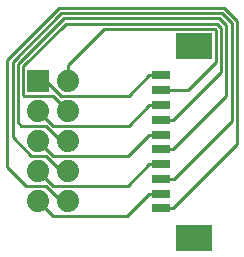
<source format=gbr>
G04 #@! TF.FileFunction,Copper,L2,Bot,Signal*
%FSLAX46Y46*%
G04 Gerber Fmt 4.6, Leading zero omitted, Abs format (unit mm)*
G04 Created by KiCad (PCBNEW 4.0.6) date 02/07/20 07:53:38*
%MOMM*%
%LPD*%
G01*
G04 APERTURE LIST*
%ADD10C,0.100000*%
%ADD11R,1.879600X1.879600*%
%ADD12C,1.879600*%
%ADD13R,1.500000X0.800000*%
%ADD14R,3.100000X2.200000*%
%ADD15C,0.250000*%
G04 APERTURE END LIST*
D10*
D11*
X82727800Y-39662100D03*
D12*
X85267800Y-39662100D03*
X82727800Y-42202100D03*
X85267800Y-42202100D03*
X82727800Y-44742100D03*
X85267800Y-44742100D03*
X82727800Y-47282100D03*
X85267800Y-47282100D03*
X82727800Y-49822100D03*
X85267800Y-49822100D03*
D13*
X93138400Y-39231400D03*
X93138400Y-40481400D03*
X93138400Y-41731400D03*
X93138400Y-42981400D03*
X93138400Y-44231400D03*
X93138400Y-45481400D03*
X93138400Y-46731400D03*
X93138400Y-47981400D03*
X93138400Y-49231400D03*
X93138400Y-50481400D03*
D14*
X95888400Y-36731400D03*
X95888400Y-52981400D03*
D15*
X82727800Y-39662100D02*
X83395894Y-39662100D01*
X92138400Y-39231400D02*
X93138400Y-39231400D01*
X83395894Y-39662100D02*
X84660695Y-40926901D01*
X84660695Y-40926901D02*
X90442899Y-40926901D01*
X90442899Y-40926901D02*
X92138400Y-39231400D01*
X85267800Y-39662100D02*
X85267800Y-38333023D01*
X97763401Y-35371399D02*
X97763401Y-38091401D01*
X85267800Y-38333023D02*
X88294424Y-35306399D01*
X88294424Y-35306399D02*
X97698401Y-35306399D01*
X97698401Y-35306399D02*
X97763401Y-35371399D01*
X94138400Y-40481400D02*
X93138400Y-40481400D01*
X97763401Y-38091401D02*
X95373402Y-40481400D01*
X95373402Y-40481400D02*
X94138400Y-40481400D01*
X82727800Y-42202100D02*
X83992601Y-43466901D01*
X83992601Y-43466901D02*
X90402899Y-43466901D01*
X90402899Y-43466901D02*
X92138400Y-41731400D01*
X92138400Y-41731400D02*
X93138400Y-41731400D01*
X85267800Y-42202100D02*
X83992601Y-40926901D01*
X94138400Y-42981400D02*
X93138400Y-42981400D01*
X83992601Y-40926901D02*
X81527999Y-40926901D01*
X81527999Y-40926901D02*
X81462999Y-40861901D01*
X81462999Y-40861901D02*
X81462999Y-38462299D01*
X81462999Y-38462299D02*
X85068908Y-34856390D01*
X98213411Y-35184999D02*
X98213411Y-38906389D01*
X85068908Y-34856390D02*
X97884802Y-34856390D01*
X97884802Y-34856390D02*
X98213411Y-35184999D01*
X98213411Y-38906389D02*
X94138400Y-42981400D01*
X82727800Y-44742100D02*
X84002999Y-46017299D01*
X84002999Y-46017299D02*
X90352501Y-46017299D01*
X90352501Y-46017299D02*
X92138400Y-44231400D01*
X92138400Y-44231400D02*
X93138400Y-44231400D01*
X85267800Y-44742100D02*
X84631390Y-44742100D01*
X84631390Y-44742100D02*
X83356191Y-43466901D01*
X83356191Y-43466901D02*
X81299891Y-43466901D01*
X98663421Y-34998599D02*
X98663421Y-40956379D01*
X81299891Y-43466901D02*
X81012990Y-43180000D01*
X81012990Y-43180000D02*
X81012990Y-38275898D01*
X94138400Y-45481400D02*
X93138400Y-45481400D01*
X81012990Y-38275898D02*
X84882508Y-34406380D01*
X84882508Y-34406380D02*
X98071203Y-34406381D01*
X98071203Y-34406381D02*
X98663421Y-34998599D01*
X98663421Y-40956379D02*
X94138400Y-45481400D01*
X82727800Y-47282100D02*
X83992601Y-48546901D01*
X83992601Y-48546901D02*
X90322899Y-48546901D01*
X90322899Y-48546901D02*
X92138400Y-46731400D01*
X92138400Y-46731400D02*
X93138400Y-46731400D01*
X80562981Y-44450000D02*
X80562981Y-38089497D01*
X85267800Y-47282100D02*
X84631390Y-47282100D01*
X84631390Y-47282100D02*
X83356191Y-46006901D01*
X83356191Y-46006901D02*
X82119882Y-46006901D01*
X82119882Y-46006901D02*
X80562981Y-44450000D01*
X99113431Y-43126569D02*
X94258600Y-47981400D01*
X94258600Y-47981400D02*
X93138400Y-47981400D01*
X80562981Y-38089497D02*
X84696109Y-33956371D01*
X84696109Y-33956371D02*
X98257604Y-33956372D01*
X98257604Y-33956372D02*
X99113431Y-34812199D01*
X99113431Y-34812199D02*
X99113431Y-43126569D01*
X82727800Y-49822100D02*
X83992601Y-51086901D01*
X83992601Y-51086901D02*
X90282899Y-51086901D01*
X90282899Y-51086901D02*
X92138400Y-49231400D01*
X92138400Y-49231400D02*
X93138400Y-49231400D01*
X82727800Y-49822100D02*
X82842100Y-49822100D01*
X80112972Y-46990000D02*
X80112972Y-37903096D01*
X85267800Y-49822100D02*
X84631390Y-49822100D01*
X84631390Y-49822100D02*
X83356191Y-48546901D01*
X83356191Y-48546901D02*
X81669873Y-48546901D01*
X81669873Y-48546901D02*
X80112972Y-46990000D01*
X98444005Y-33506363D02*
X99563441Y-34625799D01*
X99563441Y-34625799D02*
X99563441Y-45056359D01*
X94138400Y-50481400D02*
X93138400Y-50481400D01*
X80112972Y-37903096D02*
X84509710Y-33506362D01*
X84509710Y-33506362D02*
X98444005Y-33506363D01*
X99563441Y-45056359D02*
X94138400Y-50481400D01*
M02*

</source>
